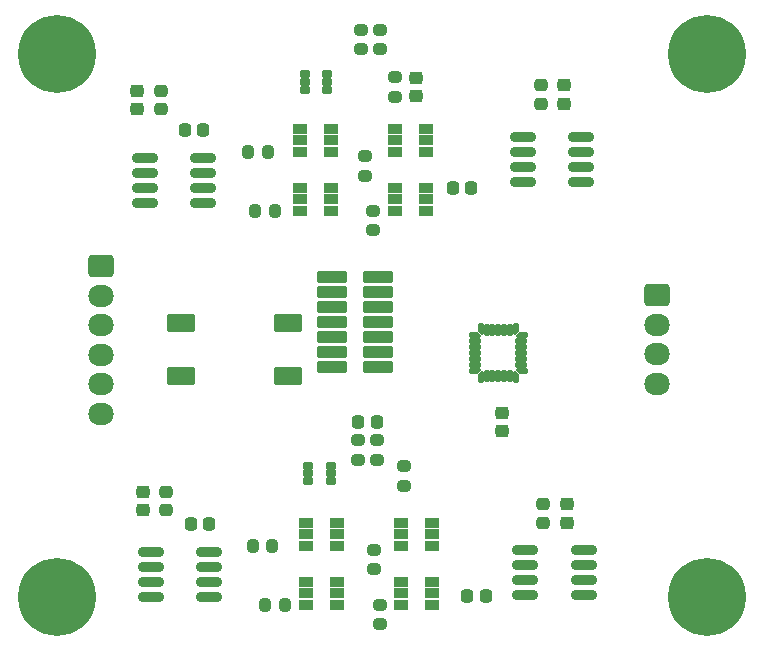
<source format=gbr>
%TF.GenerationSoftware,KiCad,Pcbnew,(6.0.9)*%
%TF.CreationDate,2023-02-07T16:56:14+01:00*%
%TF.ProjectId,driver_stepper_motor,64726976-6572-45f7-9374-65707065725f,2*%
%TF.SameCoordinates,Original*%
%TF.FileFunction,Soldermask,Top*%
%TF.FilePolarity,Negative*%
%FSLAX46Y46*%
G04 Gerber Fmt 4.6, Leading zero omitted, Abs format (unit mm)*
G04 Created by KiCad (PCBNEW (6.0.9)) date 2023-02-07 16:56:14*
%MOMM*%
%LPD*%
G01*
G04 APERTURE LIST*
G04 Aperture macros list*
%AMRoundRect*
0 Rectangle with rounded corners*
0 $1 Rounding radius*
0 $2 $3 $4 $5 $6 $7 $8 $9 X,Y pos of 4 corners*
0 Add a 4 corners polygon primitive as box body*
4,1,4,$2,$3,$4,$5,$6,$7,$8,$9,$2,$3,0*
0 Add four circle primitives for the rounded corners*
1,1,$1+$1,$2,$3*
1,1,$1+$1,$4,$5*
1,1,$1+$1,$6,$7*
1,1,$1+$1,$8,$9*
0 Add four rect primitives between the rounded corners*
20,1,$1+$1,$2,$3,$4,$5,0*
20,1,$1+$1,$4,$5,$6,$7,0*
20,1,$1+$1,$6,$7,$8,$9,0*
20,1,$1+$1,$8,$9,$2,$3,0*%
%AMFreePoly0*
4,1,30,0.237128,0.217388,0.268948,0.204208,0.301391,0.182530,0.435031,0.048889,0.456709,0.016446,0.469889,-0.015375,0.477500,-0.053642,0.477500,-0.080000,0.469888,-0.118268,0.456708,-0.150088,0.416570,-0.197084,0.402588,-0.204208,0.370768,-0.217388,0.332500,-0.225000,-0.332500,-0.225000,-0.370768,-0.217388,-0.402588,-0.204208,-0.449584,-0.164070,-0.456708,-0.150088,-0.469888,-0.118268,
-0.477500,-0.080000,-0.477500,0.080000,-0.469888,0.118268,-0.456708,0.150088,-0.416570,0.197084,-0.402588,0.204208,-0.370768,0.217388,-0.332500,0.225000,0.198860,0.225000,0.237128,0.217388,0.237128,0.217388,$1*%
%AMFreePoly1*
4,1,30,0.370768,0.217388,0.402588,0.204208,0.449584,0.164070,0.456708,0.150088,0.469888,0.118268,0.477500,0.080004,0.477501,0.053644,0.469887,0.015366,0.456704,-0.016455,0.435029,-0.048891,0.301391,-0.182530,0.268948,-0.204208,0.237128,-0.217388,0.198860,-0.225000,-0.332500,-0.225000,-0.370768,-0.217388,-0.402588,-0.204208,-0.449584,-0.164070,-0.456708,-0.150088,-0.469888,-0.118268,
-0.477500,-0.080000,-0.477500,0.080000,-0.469888,0.118268,-0.456708,0.150088,-0.416570,0.197084,-0.402588,0.204208,-0.370768,0.217388,-0.332500,0.225000,0.332500,0.225000,0.370768,0.217388,0.370768,0.217388,$1*%
%AMFreePoly2*
4,1,31,0.118268,0.469888,0.150088,0.456708,0.197084,0.416570,0.204208,0.402588,0.217388,0.370768,0.225000,0.332500,0.225000,-0.332500,0.217388,-0.370768,0.204208,-0.402588,0.164070,-0.449584,0.150088,-0.456708,0.118268,-0.469888,0.080000,-0.477500,-0.080000,-0.477500,-0.118268,-0.469888,-0.150088,-0.456708,-0.197084,-0.416570,-0.204208,-0.402588,-0.217388,-0.370768,-0.225000,-0.332500,
-0.225000,0.198860,-0.217388,0.237128,-0.204208,0.268948,-0.182531,0.301391,-0.048891,0.435031,-0.016450,0.456707,0.015370,0.469888,0.053642,0.472901,0.053642,0.477500,0.080000,0.477500,0.118268,0.469888,0.118268,0.469888,$1*%
%AMFreePoly3*
4,1,30,-0.015372,0.469888,0.016448,0.456708,0.048891,0.435030,0.182531,0.301389,0.204209,0.268946,0.217389,0.237125,0.225000,0.198858,0.225000,-0.332500,0.217388,-0.370768,0.204208,-0.402588,0.164070,-0.449584,0.150088,-0.456708,0.118268,-0.469888,0.080000,-0.477500,-0.080000,-0.477500,-0.118268,-0.469888,-0.150088,-0.456708,-0.197084,-0.416570,-0.204208,-0.402588,-0.217388,-0.370768,
-0.225000,-0.332500,-0.225000,0.332500,-0.217388,0.370768,-0.204208,0.402588,-0.164070,0.449584,-0.150088,0.456708,-0.118268,0.469888,-0.080000,0.477500,-0.053640,0.477500,-0.015372,0.469888,-0.015372,0.469888,$1*%
%AMFreePoly4*
4,1,30,0.370768,0.217388,0.402588,0.204208,0.449584,0.164070,0.456708,0.150088,0.469888,0.118268,0.477500,0.080000,0.477500,-0.080000,0.469888,-0.118268,0.456708,-0.150088,0.416570,-0.197084,0.402588,-0.204208,0.370768,-0.217388,0.332500,-0.225000,-0.198860,-0.225001,-0.237134,-0.217387,-0.268955,-0.204204,-0.301391,-0.182529,-0.435030,-0.048891,-0.456708,-0.016448,-0.469888,0.015372,
-0.477500,0.053640,-0.477500,0.080000,-0.469888,0.118268,-0.456708,0.150088,-0.416570,0.197084,-0.402588,0.204208,-0.370768,0.217388,-0.332500,0.225000,0.332500,0.225000,0.370768,0.217388,0.370768,0.217388,$1*%
%AMFreePoly5*
4,1,31,0.370768,0.217388,0.402588,0.204208,0.449584,0.164070,0.456708,0.150088,0.469888,0.118268,0.477500,0.080000,0.477500,-0.080000,0.469888,-0.118268,0.456708,-0.150088,0.416570,-0.197084,0.402588,-0.204208,0.370768,-0.217388,0.332500,-0.225000,-0.332500,-0.225000,-0.370768,-0.217388,-0.402588,-0.204208,-0.449584,-0.164070,-0.456708,-0.150088,-0.469888,-0.118268,-0.477500,-0.080000,
-0.477500,-0.053640,-0.469888,-0.015372,-0.456708,0.016448,-0.435031,0.048891,-0.301391,0.182531,-0.268950,0.204207,-0.237130,0.217388,-0.198858,0.220401,-0.198858,0.225000,0.332500,0.225000,0.370768,0.217388,0.370768,0.217388,$1*%
%AMFreePoly6*
4,1,30,0.118268,0.469888,0.150088,0.456708,0.197084,0.416570,0.204208,0.402588,0.217388,0.370768,0.225000,0.332500,0.225001,-0.198860,0.217387,-0.237134,0.204204,-0.268955,0.182529,-0.301391,0.048891,-0.435030,0.016448,-0.456708,-0.015372,-0.469888,-0.053640,-0.477500,-0.080000,-0.477500,-0.118268,-0.469888,-0.150088,-0.456708,-0.197084,-0.416570,-0.204208,-0.402588,-0.217388,-0.370768,
-0.225000,-0.332500,-0.225000,0.332500,-0.217388,0.370768,-0.204208,0.402588,-0.164070,0.449584,-0.150088,0.456708,-0.118268,0.469888,-0.080000,0.477500,0.080000,0.477500,0.118268,0.469888,0.118268,0.469888,$1*%
%AMFreePoly7*
4,1,30,0.118268,0.469888,0.150088,0.456708,0.197084,0.416570,0.204208,0.402588,0.217388,0.370768,0.225000,0.332500,0.225000,-0.332500,0.217388,-0.370768,0.204208,-0.402588,0.164070,-0.449584,0.150088,-0.456708,0.118268,-0.469888,0.080004,-0.477500,0.053644,-0.477501,0.015366,-0.469887,-0.016455,-0.456704,-0.048891,-0.435029,-0.182530,-0.301391,-0.204208,-0.268948,-0.217388,-0.237128,
-0.225000,-0.198860,-0.225000,0.332500,-0.217388,0.370768,-0.204208,0.402588,-0.164070,0.449584,-0.150088,0.456708,-0.118268,0.469888,-0.080000,0.477500,0.080000,0.477500,0.118268,0.469888,0.118268,0.469888,$1*%
G04 Aperture macros list end*
%ADD10RoundRect,0.300000X-0.275000X0.200000X-0.275000X-0.200000X0.275000X-0.200000X0.275000X0.200000X0*%
%ADD11RoundRect,0.318750X0.256250X-0.218750X0.256250X0.218750X-0.256250X0.218750X-0.256250X-0.218750X0*%
%ADD12RoundRect,0.100000X-0.500000X-0.350000X0.500000X-0.350000X0.500000X0.350000X-0.500000X0.350000X0*%
%ADD13RoundRect,0.300000X0.275000X-0.200000X0.275000X0.200000X-0.275000X0.200000X-0.275000X-0.200000X0*%
%ADD14RoundRect,0.318750X-0.256250X0.218750X-0.256250X-0.218750X0.256250X-0.218750X0.256250X0.218750X0*%
%ADD15RoundRect,0.300000X0.200000X0.275000X-0.200000X0.275000X-0.200000X-0.275000X0.200000X-0.275000X0*%
%ADD16RoundRect,0.250000X-0.825000X-0.150000X0.825000X-0.150000X0.825000X0.150000X-0.825000X0.150000X0*%
%ADD17RoundRect,0.100000X-1.200000X-0.370000X1.200000X-0.370000X1.200000X0.370000X-1.200000X0.370000X0*%
%ADD18C,1.000000*%
%ADD19C,6.600000*%
%ADD20RoundRect,0.325000X0.250000X-0.225000X0.250000X0.225000X-0.250000X0.225000X-0.250000X-0.225000X0*%
%ADD21RoundRect,0.325000X0.225000X0.250000X-0.225000X0.250000X-0.225000X-0.250000X0.225000X-0.250000X0*%
%ADD22RoundRect,0.350000X-0.725000X0.600000X-0.725000X-0.600000X0.725000X-0.600000X0.725000X0.600000X0*%
%ADD23O,2.150000X1.900000*%
%ADD24RoundRect,0.325000X-0.250000X0.225000X-0.250000X-0.225000X0.250000X-0.225000X0.250000X0.225000X0*%
%ADD25RoundRect,0.100000X0.325000X0.200000X-0.325000X0.200000X-0.325000X-0.200000X0.325000X-0.200000X0*%
%ADD26RoundRect,0.250000X0.825000X0.150000X-0.825000X0.150000X-0.825000X-0.150000X0.825000X-0.150000X0*%
%ADD27FreePoly0,90.000000*%
%ADD28RoundRect,0.162500X0.062500X-0.375000X0.062500X0.375000X-0.062500X0.375000X-0.062500X-0.375000X0*%
%ADD29FreePoly1,90.000000*%
%ADD30FreePoly2,90.000000*%
%ADD31RoundRect,0.162500X0.375000X-0.062500X0.375000X0.062500X-0.375000X0.062500X-0.375000X-0.062500X0*%
%ADD32FreePoly3,90.000000*%
%ADD33FreePoly4,90.000000*%
%ADD34FreePoly5,90.000000*%
%ADD35FreePoly6,90.000000*%
%ADD36FreePoly7,90.000000*%
%ADD37RoundRect,0.100000X-1.050000X-0.700000X1.050000X-0.700000X1.050000X0.700000X-1.050000X0.700000X0*%
G04 APERTURE END LIST*
D10*
%TO.C,RB_shunt1*%
X91350000Y-170900000D03*
X91350000Y-172550000D03*
%TD*%
D11*
%TO.C,DB2*%
X103150000Y-175687500D03*
X103150000Y-174112500D03*
%TD*%
D12*
%TO.C,TA4*%
X90600000Y-147350000D03*
X90600000Y-148300000D03*
X90600000Y-149250000D03*
X93200000Y-149250000D03*
X93200000Y-148300000D03*
X93200000Y-147350000D03*
%TD*%
D13*
%TO.C,RA5*%
X89300000Y-135575000D03*
X89300000Y-133925000D03*
%TD*%
D12*
%TO.C,TB3*%
X91100000Y-175700000D03*
X91100000Y-176650000D03*
X91100000Y-177600000D03*
X93700000Y-177600000D03*
X93700000Y-176650000D03*
X93700000Y-175700000D03*
%TD*%
D14*
%TO.C,DB1*%
X71250000Y-173050000D03*
X71250000Y-174625000D03*
%TD*%
D15*
%TO.C,RA1*%
X79825000Y-144250000D03*
X78175000Y-144250000D03*
%TD*%
D12*
%TO.C,TB4*%
X91100000Y-180700000D03*
X91100000Y-181650000D03*
X91100000Y-182600000D03*
X93700000Y-182600000D03*
X93700000Y-181650000D03*
X93700000Y-180700000D03*
%TD*%
D16*
%TO.C,DrvA1*%
X69425000Y-144795000D03*
X69425000Y-146065000D03*
X69425000Y-147335000D03*
X69425000Y-148605000D03*
X74375000Y-148605000D03*
X74375000Y-147335000D03*
X74375000Y-146065000D03*
X74375000Y-144795000D03*
%TD*%
D12*
%TO.C,TA2*%
X82600000Y-147350000D03*
X82600000Y-148300000D03*
X82600000Y-149250000D03*
X85200000Y-149250000D03*
X85200000Y-148300000D03*
X85200000Y-147350000D03*
%TD*%
D17*
%TO.C,Programmateur1*%
X85300000Y-154890000D03*
X89200000Y-154890000D03*
X85300000Y-156160000D03*
X89200000Y-156160000D03*
X85300000Y-157430000D03*
X89200000Y-157430000D03*
X85300000Y-158700000D03*
X89200000Y-158700000D03*
X85300000Y-159970000D03*
X89200000Y-159970000D03*
X85300000Y-161240000D03*
X89200000Y-161240000D03*
X85300000Y-162510000D03*
X89200000Y-162510000D03*
%TD*%
D18*
%TO.C,H2*%
X62000000Y-133600000D03*
D19*
X62000000Y-136000000D03*
D18*
X62000000Y-138400000D03*
X60302944Y-134302944D03*
X60302944Y-137697056D03*
X64400000Y-136000000D03*
X63697056Y-134302944D03*
X59600000Y-136000000D03*
X63697056Y-137697056D03*
%TD*%
D13*
%TO.C,RA3*%
X88050000Y-146275000D03*
X88050000Y-144625000D03*
%TD*%
D12*
%TO.C,TB1*%
X83100000Y-175700000D03*
X83100000Y-176650000D03*
X83100000Y-177600000D03*
X85700000Y-177600000D03*
X85700000Y-176650000D03*
X85700000Y-175700000D03*
%TD*%
D20*
%TO.C,CA1*%
X92350000Y-139550000D03*
X92350000Y-138000000D03*
%TD*%
D16*
%TO.C,DrvB1*%
X69925000Y-178145000D03*
X69925000Y-179415000D03*
X69925000Y-180685000D03*
X69925000Y-181955000D03*
X74875000Y-181955000D03*
X74875000Y-180685000D03*
X74875000Y-179415000D03*
X74875000Y-178145000D03*
%TD*%
D21*
%TO.C,CB5*%
X98275000Y-181850000D03*
X96725000Y-181850000D03*
%TD*%
D22*
%TO.C,Alim+UART1*%
X65675000Y-153950000D03*
D23*
X65675000Y-156450000D03*
X65675000Y-158950000D03*
X65675000Y-161450000D03*
X65675000Y-163950000D03*
X65675000Y-166450000D03*
%TD*%
D18*
%TO.C,H4*%
X59600000Y-182000000D03*
X62000000Y-184400000D03*
X63697056Y-183697056D03*
X60302944Y-180302944D03*
D19*
X62000000Y-182000000D03*
D18*
X62000000Y-179600000D03*
X63697056Y-180302944D03*
X64400000Y-182000000D03*
X60302944Y-183697056D03*
%TD*%
D12*
%TO.C,TA3*%
X90600000Y-142350000D03*
X90600000Y-143300000D03*
X90600000Y-144250000D03*
X93200000Y-144250000D03*
X93200000Y-143300000D03*
X93200000Y-142350000D03*
%TD*%
D20*
%TO.C,CA2*%
X68800000Y-140662500D03*
X68800000Y-139112500D03*
%TD*%
%TO.C,CB2*%
X69250000Y-174612500D03*
X69250000Y-173062500D03*
%TD*%
D24*
%TO.C,CB4*%
X105150000Y-174125000D03*
X105150000Y-175675000D03*
%TD*%
D11*
%TO.C,DA2*%
X102950000Y-140225000D03*
X102950000Y-138650000D03*
%TD*%
D22*
%TO.C,SortieMoteur1*%
X112750000Y-156400000D03*
D23*
X112750000Y-158900000D03*
X112750000Y-161400000D03*
X112750000Y-163900000D03*
%TD*%
D10*
%TO.C,RA6*%
X87700000Y-133925000D03*
X87700000Y-135575000D03*
%TD*%
D13*
%TO.C,RB5*%
X89100000Y-170350000D03*
X89100000Y-168700000D03*
%TD*%
D12*
%TO.C,TB2*%
X83100000Y-180700000D03*
X83100000Y-181650000D03*
X83100000Y-182600000D03*
X85700000Y-182600000D03*
X85700000Y-181650000D03*
X85700000Y-180700000D03*
%TD*%
D25*
%TO.C,Isens_B1*%
X85150000Y-172150000D03*
X85150000Y-171500000D03*
X85150000Y-170850000D03*
X83250000Y-170850000D03*
X83250000Y-171500000D03*
X83250000Y-172150000D03*
%TD*%
D21*
%TO.C,CA3*%
X74375000Y-142450000D03*
X72825000Y-142450000D03*
%TD*%
D12*
%TO.C,TA1*%
X82600000Y-142350000D03*
X82600000Y-143300000D03*
X82600000Y-144250000D03*
X85200000Y-144250000D03*
X85200000Y-143300000D03*
X85200000Y-142350000D03*
%TD*%
D21*
%TO.C,CA5*%
X97050000Y-147350000D03*
X95500000Y-147350000D03*
%TD*%
D13*
%TO.C,RB3*%
X88850000Y-179625000D03*
X88850000Y-177975000D03*
%TD*%
D26*
%TO.C,DrvA2*%
X106375000Y-146805000D03*
X106375000Y-145535000D03*
X106375000Y-144265000D03*
X106375000Y-142995000D03*
X101425000Y-142995000D03*
X101425000Y-144265000D03*
X101425000Y-145535000D03*
X101425000Y-146805000D03*
%TD*%
D13*
%TO.C,RA4*%
X88700000Y-150900000D03*
X88700000Y-149250000D03*
%TD*%
D27*
%TO.C,U1*%
X97850000Y-163297500D03*
D28*
X98350000Y-163237500D03*
X98850000Y-163237500D03*
X99350000Y-163237500D03*
X99850000Y-163237500D03*
X100350000Y-163237500D03*
D29*
X100850000Y-163297500D03*
D30*
X101347500Y-162800000D03*
D31*
X101287500Y-162300000D03*
X101287500Y-161800000D03*
X101287500Y-161300000D03*
X101287500Y-160800000D03*
X101287500Y-160300000D03*
D32*
X101347500Y-159800000D03*
D33*
X100850000Y-159302500D03*
D28*
X100350000Y-159362500D03*
X99850000Y-159362500D03*
X99350000Y-159362500D03*
X98850000Y-159362500D03*
X98350000Y-159362500D03*
D34*
X97850000Y-159302500D03*
D35*
X97352500Y-159800000D03*
D31*
X97412500Y-160300000D03*
X97412500Y-160800000D03*
X97412500Y-161300000D03*
X97412500Y-161800000D03*
X97412500Y-162300000D03*
D36*
X97352500Y-162800000D03*
%TD*%
D10*
%TO.C,RA_shunt1*%
X90600000Y-137950000D03*
X90600000Y-139600000D03*
%TD*%
D15*
%TO.C,RB1*%
X80200000Y-177600000D03*
X78550000Y-177600000D03*
%TD*%
D10*
%TO.C,RB6*%
X87500000Y-168675000D03*
X87500000Y-170325000D03*
%TD*%
D21*
%TO.C,CB3*%
X74875000Y-175750000D03*
X73325000Y-175750000D03*
%TD*%
D24*
%TO.C,C1*%
X99650000Y-166350000D03*
X99650000Y-167900000D03*
%TD*%
%TO.C,CA4*%
X104950000Y-138650000D03*
X104950000Y-140200000D03*
%TD*%
D18*
%TO.C,H1*%
X117000000Y-133600000D03*
X114600000Y-136000000D03*
X119400000Y-136000000D03*
X115302944Y-134302944D03*
X118697056Y-137697056D03*
D19*
X117000000Y-136000000D03*
D18*
X115302944Y-137697056D03*
X117000000Y-138400000D03*
X118697056Y-134302944D03*
%TD*%
D26*
%TO.C,DrvB2*%
X106575000Y-181805000D03*
X106575000Y-180535000D03*
X106575000Y-179265000D03*
X106575000Y-177995000D03*
X101625000Y-177995000D03*
X101625000Y-179265000D03*
X101625000Y-180535000D03*
X101625000Y-181805000D03*
%TD*%
D15*
%TO.C,RA2*%
X80425000Y-149250000D03*
X78775000Y-149250000D03*
%TD*%
D25*
%TO.C,Isens_A1*%
X84850000Y-139000000D03*
X84850000Y-138350000D03*
X84850000Y-137700000D03*
X82950000Y-137700000D03*
X82950000Y-138350000D03*
X82950000Y-139000000D03*
%TD*%
D21*
%TO.C,CB1*%
X89050000Y-167100000D03*
X87500000Y-167100000D03*
%TD*%
D15*
%TO.C,RB2*%
X81275000Y-182600000D03*
X79625000Y-182600000D03*
%TD*%
D18*
%TO.C,H3*%
X118697056Y-180252944D03*
D19*
X117000000Y-182000000D03*
D18*
X117000000Y-184350000D03*
X119400000Y-181950000D03*
X115302944Y-180252944D03*
X118697056Y-183647056D03*
X117000000Y-179550000D03*
X114600000Y-181950000D03*
X115302944Y-183647056D03*
%TD*%
D14*
%TO.C,DA1*%
X70800000Y-139100000D03*
X70800000Y-140675000D03*
%TD*%
D13*
%TO.C,RB4*%
X89350000Y-184250000D03*
X89350000Y-182600000D03*
%TD*%
D37*
%TO.C,bouton_reset1*%
X72450000Y-158750000D03*
X81550000Y-158750000D03*
X72450000Y-163250000D03*
X81550000Y-163250000D03*
%TD*%
M02*

</source>
